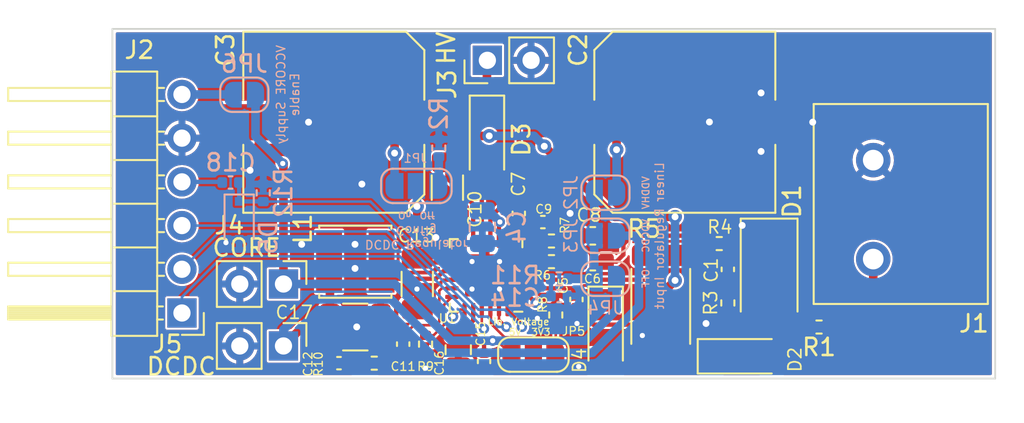
<source format=kicad_pcb>
(kicad_pcb (version 20211014) (generator pcbnew)
  (layers (0 "F.Cu" signal) (31 "B.Cu" signal) (34 "B.Paste" user) (35 "F.Paste" user) (36 "B.SilkS" user "B.Silkscreen") (37 "F.SilkS" user "F.Silkscreen") (38 "B.Mask" user) (39 "F.Mask" user) (44 "Edge.Cuts" user))
  (net 0 "")
  (net 1 "GND")
  (net 2 "Net-(C1-Pad2)")
  (net 3 "/VDDHV")
  (net 4 "Net-(C4-Pad2)")
  (net 5 "Net-(C10-Pad1)")
  (net 6 "Net-(C5-Pad2)")
  (net 7 "Net-(C6-Pad1)")
  (net 8 "Net-(C6-Pad2)")
  (net 9 "Net-(C7-Pad1)")
  (net 10 "Net-(C8-Pad1)")
  (net 11 "Net-(C10-Pad2)")
  (net 12 "Net-(C11-Pad1)")
  (net 13 "/VDCDC")
  (net 14 "Net-(C12-Pad2)")
  (net 15 "/DCDC_IN")
  (net 16 "Net-(C14-Pad1)")
  (net 17 "/VCCCORE")
  (net 18 "Net-(C18-Pad1)")
  (net 19 "/KNX_TX")
  (net 20 "Net-(D3-Pad2)")
  (net 21 "Net-(J1-Pad1)")
  (net 22 "/KNX_VCC_OK")
  (net 23 "/KNX_OK")
  (net 24 "/KNX_RX")
  (net 25 "Net-(J2-Pad6)")
  (net 26 "Net-(JP1-Pad3)")
  (net 27 "/VDD_REGIN")
  (net 28 "/VCC_SEL")
  (net 29 "Net-(JP5-Pad1)")
  (net 30 "Net-(L1-Pad1)")
  (net 31 "Net-(R5-Pad2)")
  (net 32 "Net-(R6-Pad2)")
  (net 33 "Net-(R7-Pad1)")
  (footprint "Resistor_SMD:R_0402_1005Metric" (layer "F.Cu") (at 190.2 112.7 90)
    (fp_text reference "R3")
    (fp_text value "4.7M")
  )
  (footprint "Capacitor_SMD:C_0603_1608Metric" (layer "F.Cu") (at 182.35 110.3 180)
    (fp_text reference "C6")
    (fp_text value "100n 50V")
  )
  (footprint "Capacitor_SMD:C_0603_1608Metric" (layer "F.Cu") (at 182.35 108.8)
    (fp_text reference "C8")
    (fp_text value "100n 50V")
  )
  (footprint "Capacitor_SMD:C_Elec_10x10.2" (layer "F.Cu") (at 167.3 102.2 180)
    (fp_text reference "C3")
    (fp_text value "220u 35V")
  )
  (footprint "Capacitor_SMD:C_0402_1005Metric" (layer "F.Cu") (at 167.6 116.2)
    (fp_text reference "C12")
    (fp_text value "150pF 16V")
  )
  (footprint "Capacitor_SMD:C_0402_1005Metric" (layer "F.Cu") (at 171.332 115.094 -90)
    (fp_text reference "C11")
    (fp_text value "220n 6.3V")
  )
  (footprint "Capacitor_SMD:C_1206_3216Metric" (layer "F.Cu") (at 173.9 106 -90)
    (fp_text reference "C10")
    (fp_text value "10uF 25V")
  )
  (footprint "stknx:L_WE_LQS_4012" (layer "F.Cu") (at 168.55 110.3 180)
    (fp_text reference "L1")
    (fp_text value "33uH")
  )
  (footprint "Resistor_SMD:R_0402_1005Metric" (layer "F.Cu") (at 169.65 116.2 180)
    (fp_text reference "R10")
    (fp_text value "40.2K")
  )
  (footprint "Connector_PinHeader_2.54mm:PinHeader_1x02_P2.54mm_Vertical" (layer "F.Cu") (at 164.375 111.6 -90)
    (fp_text reference "J4")
    (fp_text value "VCCCORE")
  )
  (footprint "Capacitor_SMD:C_0402_1005Metric" (layer "F.Cu") (at 176.032 116.094 -90)
    (fp_text reference "C15")
    (fp_text value "100n")
  )
  (footprint "Package_DFN_QFN:VQFN-24-1EP_4x4mm_P0.5mm_EP2.45x2.45mm" (layer "F.Cu") (at 176.15 111.1 180)
    (fp_text reference "U1")
    (fp_text value "STKNX")
  )
  (footprint "Capacitor_SMD:C_Elec_10x10.2" (layer "F.Cu") (at 187.7 102.2)
    (fp_text reference "C2")
    (fp_text value "220u 35V")
  )
  (footprint "Diode_SMD:D_MiniMELF" (layer "F.Cu") (at 176.2 103.2 -90)
    (fp_text reference "D3")
    (fp_text value "LL4148-GS18")
  )
  (footprint "Resistor_SMD:R_0402_1005Metric" (layer "F.Cu") (at 172.632 115.094 -90)
    (fp_text reference "R9")
    (fp_text value "10K")
  )
  (footprint "Resistor_SMD:R_0402_1005Metric" (layer "F.Cu") (at 189.7 109.25)
    (fp_text reference "R4")
    (fp_text value "18K DNP")
  )
  (footprint "Jumper:SolderJumper-3_P1.3mm_Open_RoundedPad1.0x1.5mm_NumberLabels" (layer "F.Cu") (at 178.9 115.7 180)
    (fp_text reference "JP5")
    (fp_text value "LINEAR")
  )
  (footprint "Resistor_SMD:R_0402_1005Metric" (layer "F.Cu") (at 180.2 113.4 -90)
    (fp_text reference "R8")
    (fp_text value "10K")
  )
  (footprint "Resistor_SMD:R_0402_1005Metric" (layer "F.Cu") (at 179.95 110.3 180)
    (fp_text reference "R6")
    (fp_text value "1K")
  )
  (footprint "Diode_SMD:D_MiniMELF" (layer "F.Cu") (at 191 115.8)
    (fp_text reference "D2")
    (fp_text value "LL4148-GS18")
  )
  (footprint "Capacitor_SMD:C_0402_1005Metric" (layer "F.Cu") (at 178.05 107.5 90)
    (fp_text reference "C7")
    (fp_text value "47nF 35V")
  )
  (footprint "Capacitor_SMD:C_0402_1005Metric" (layer "F.Cu") (at 181.4 112.5 90)
    (fp_text reference "C5")
    (fp_text value "10nF 50V")
  )
  (footprint "Capacitor_SMD:C_0805_2012Metric" (layer "F.Cu") (at 174.532 115.419 -90)
    (fp_text reference "C16")
    (fp_text value "4.7u")
  )
  (footprint "Diode_SMD:D_SMA" (layer "F.Cu") (at 192.6 111.2 -90)
    (fp_text reference "D1")
    (fp_text value "SMAJ40CA")
  )
  (footprint "Diode_SMD:D_MiniMELF" (layer "F.Cu") (at 183.1 114.3 -90)
    (fp_text reference "D4")
    (fp_text value "LL4148-GS18")
  )
  (footprint "Connector_PinHeader_2.54mm:PinHeader_1x06_P2.54mm_Horizontal" (layer "F.Cu") (at 158.475 113.284 180)
    (fp_text reference "J2")
    (fp_text value "PMOD")
  )
  (footprint "Capacitor_SMD:C_0402_1005Metric" (layer "F.Cu") (at 190.2 110.75 90)
    (fp_text reference "C1")
    (fp_text value "1nF DNP")
  )
  (footprint "stknx:WAGO_243-211" (layer "F.Cu") (at 198.65 110.15 -90)
    (fp_text reference "J1")
    (fp_text value "KNX")
  )
  (footprint "Resistor_SMD:R_0402_1005Metric" (layer "F.Cu") (at 179.95 109.1)
    (fp_text reference "R7")
    (fp_text value "1K")
  )
  (footprint "Capacitor_SMD:C_1210_3225Metric" (layer "F.Cu") (at 168.55 114.1 180)
    (fp_text reference "C17")
    (fp_text value "22u 25V")
  )
  (footprint "Capacitor_SMD:C_0402_1005Metric" (layer "F.Cu") (at 179.45 108 180)
    (fp_text reference "C9")
    (fp_text value "47nF 35V")
  )
  (footprint "Capacitor_SMD:C_1206_3216Metric" (layer "F.Cu") (at 172.15 111.6 90)
    (fp_text reference "C13")
    (fp_text value "10u 35V")
  )
  (footprint "Connector_PinHeader_2.54mm:PinHeader_1x02_P2.54mm_Vertical" (layer "F.Cu") (at 176.225 98.6 90)
    (fp_text reference "J3")
    (fp_text value "VDDHV")
  )
  (footprint "Resistor_SMD:R_2512_6332Metric" (layer "F.Cu") (at 186.3 112.9 90)
    (fp_text reference "R5")
    (fp_text value "68")
  )
  (footprint "Resistor_SMD:R_0402_1005Metric" (layer "F.Cu") (at 195.5 114.1 180)
    (fp_text reference "R1")
    (fp_text value "0")
  )
  (footprint "Connector_PinHeader_2.54mm:PinHeader_1x02_P2.54mm_Vertical" (layer "F.Cu") (at 164.375 115.2 -90)
    (fp_text reference "J5")
    (fp_text value "VDCDC")
  )
  (footprint "Jumper:SolderJumper-2_P1.3mm_Open_RoundedPad1.0x1.5mm" (layer "B.Cu") (at 183.082 108.794)
    (fp_text reference "JP3")
    (fp_text value "DCDC")
  )
  (footprint "Resistor_SMD:R_0402_1005Metric" (layer "B.Cu") (at 173.4 103.7 -90)
    (fp_text reference "R2")
    (fp_text value "10K")
  )
  (footprint "Jumper:SolderJumper-2_P1.3mm_Open_RoundedPad1.0x1.5mm" (layer "B.Cu") (at 183.082 111.294)
    (fp_text reference "JP4")
    (fp_text value "OFF")
  )
  (footprint "Capacitor_SMD:C_0402_1005Metric" (layer "B.Cu") (at 161.3 105.7 180)
    (fp_text reference "C18")
    (fp_text value "1nF")
  )
  (footprint "Capacitor_SMD:C_0805_2012Metric" (layer "B.Cu") (at 175.932 108.294 90)
    (fp_text reference "C4")
    (fp_text value "470nF 35V")
  )
  (footprint "Resistor_SMD:R_0402_1005Metric" (layer "B.Cu") (at 180.4 111.3)
    (fp_text reference "R11")
    (fp_text value "0")
  )
  (footprint "Jumper:SolderJumper-2_P1.3mm_Open_RoundedPad1.0x1.5mm" (layer "B.Cu") (at 183.088 106.294)
    (fp_text reference "JP2")
    (fp_text value "HV")
  )
  (footprint "Jumper:SolderJumper-2_P1.3mm_Open_RoundedPad1.0x1.5mm" (layer "B.Cu") (at 162.1 100.6 180)
    (fp_text reference "JP6")
    (fp_text value "VCC")
  )
  (footprint "Resistor_SMD:R_0402_1005Metric" (layer "B.Cu") (at 163.2 106.3 90)
    (fp_text reference "R12")
    (fp_text value "470K DNP")
  )
  (footprint "Jumper:SolderJumper-3_P1.3mm_Open_RoundedPad1.0x1.5mm_NumberLabels" (layer "B.Cu") (at 172.1 105.9)
    (fp_text reference "JP1")
    (fp_text value "DCDC")
  )
  (footprint "Diode_SMD:D_SOD-323F" (layer "B.Cu") (at 161.8 107.9 -90)
    (fp_text reference "D5")
    (fp_text value "BAT54 DNP")
  )
  (footprint "Capacitor_SMD:C_0402_1005Metric" (layer "B.Cu") (at 180.4 112.3)
    (fp_text reference "C14")
    (fp_text value "100n")
  )
  (gr_line (start 154.432 96.774) (end 205.74 96.774) (layer "Edge.Cuts") (width 0.1))
  (gr_line (start 154.432 117.094) (end 205.74 117.094) (layer "Edge.Cuts") (width 0.1))
  (gr_line (start 154.432 96.774) (end 154.432 117.094) (layer "Edge.Cuts") (width 0.1))
  (gr_line (start 205.74 96.774) (end 205.74 117.094) (layer "Edge.Cuts") (width 0.1))
  (gr_text "On" (at 171.432 107.594 180) (layer "B.SilkS") (effects (font (size 0.4 0.4) (thickness 0.07)) (justify mirror)))
  (gr_text "Linear Regulator Input" (at 186.232 108.794 90) (layer "B.SilkS") (effects (font (size 0.5 0.5) (thickness 0.075)) (justify mirror)))
  (gr_text "Off" (at 172.732 107.594 180) (layer "B.SilkS") (effects (font (size 0.4 0.4) (thickness 0.07)) (justify mirror)))
  (gr_text "DCDC Regulator\nConfig" (at 172.1 108.894 180) (layer "B.SilkS") (effects (font (size 0.5 0.5) (thickness 0.075)) (justify mirror)))
  (gr_text "VDDHV" (at 185.432 106.294 90) (layer "B.SilkS") (effects (font (size 0.4 0.4) (thickness 0.07)) (justify mirror)))
  (gr_text "VDCDC" (at 185.432 108.794 90) (layer "B.SilkS") (effects (font (size 0.4 0.4) (thickness 0.07)) (justify mirror)))
  (gr_text "VCCORE Supply\nEnable" (at 164.632 100.594 90) (layer "B.SilkS") (effects (font (size 0.5 0.5) (thickness 0.075)) (justify mirror)))
  (gr_text "OFF" (at 185.432 111.294 90) (layer "B.SilkS") (effects (font (size 0.4 0.4) (thickness 0.07)) (justify mirror)))
  (gr_text "CORE" (at 162.232 109.494) (layer "F.SilkS") (effects (font (size 1 1))))
  (gr_text "HV" (at 173.832 97.894 90) (layer "F.SilkS") (effects (font (size 1 1))))
  (gr_text "DCDC" (at 158.432 116.394) (layer "F.SilkS") (effects (font (size 1 1))))
  (gr_text "Lin. Voltage" (at 178.032 113.794) (layer "F.SilkS") (effects (font (size 0.4 0.4) (thickness 0.07))))
  (gr_text "5V" (at 177.832 114.394) (layer "F.SilkS") (effects (font (size 0.4 0.4) (thickness 0.07))))
  (gr_text "3V3" (at 179.332 114.394) (layer "F.SilkS") (effects (font (size 0.4 0.4) (thickness 0.07))))
  (segment (start 178.1375 110.85) (end 176.4 110.85) (width 0.25) (layer "F.Cu") (net 1))
  (segment (start 172.132 111.894) (end 173.132 111.894) (width 0.15) (layer "F.Cu") (net 1))
  (segment (start 174.737 116.574) (end 174.532 116.369) (width 0.5) (layer "F.Cu") (net 1))
  (segment (start 174.9 109.862) (end 175.332 110.294) (width 0.25) (layer "F.Cu") (net 1))
  (segment (start 171.332 115.574) (end 170.025 114.267) (width 0.25) (layer "F.Cu") (net 1))
  (segment (start 174.9 109.1125) (end 174.9 109.862) (width 0.25) (layer "F.Cu") (net 1))
  (segment (start 176.4 110.85) (end 176.15 111.1) (width 0.25) (layer "F.Cu") (net 1))
  (segment (start 175.9 111.35) (end 176.15 111.1) (width 0.25) (layer "F.Cu") (net 1))
  (segment (start 170.025 114.267) (end 170.025 114.1) (width 0.25) (layer "F.Cu") (net 1))
  (segment (start 173.676 111.35) (end 174.1625 111.35) (width 0.15) (layer "F.Cu") (net 1))
  (segment (start 176.032 116.574) (end 174.737 116.574) (width 0.5) (layer "F.Cu") (net 1))
  (segment (start 173.132 111.894) (end 173.676 111.35) (width 0.15) (layer "F.Cu") (net 1))
  (segment (start 174.1625 111.35) (end 175.9 111.35) (width 0.25) (layer "F.Cu") (net 1))
  (segment (start 172.632 115.604) (end 172.632 115.594) (width 0.15) (layer "F.Cu") (net 1))
  (via (at 172.132 111.894) (size 0.6) (drill 0.3) (layers "F.Cu" "B.Cu") (net 1))
  (via (at 181.032 107.494) (size 0.8) (drill 0.4) (layers "F.Cu" "B.Cu") (net 1))
  (via (at 181.432 113.894) (size 0.6) (drill 0.3) (layers "F.Cu" "B.Cu") (net 1))
  (via (at 168.632 114.094) (size 0.8) (drill 0.4) (layers "F.Cu" "B.Cu") (net 1))
  (via (at 192.132 103.894) (size 0.8) (drill 0.4) (layers "F.Cu" "B.Cu") (net 1))
  (via (at 161.032 109.194) (size 0.6) (drill 0.3) (layers "F.Cu" "B.Cu") (net 1))
  (via (at 165.432 109.294) (size 0.8) (drill 0.4) (layers "F.Cu" "B.Cu") (net 1))
  (via (at 189.129386 102.184462) (size 0.8) (drill 0.4) (layers "F.Cu" "B.Cu") (net 1))
  (via (at 185.232 114.594) (size 0.6) (drill 0.3) (layers "F.Cu" "B.Cu") (net 1))
  (via (at 175.332 111.894) (size 0.6) (drill 0.3) (layers "F.Cu" "B.Cu") (net 1))
  (via (at 168.532 110.694) (size 0.8) (drill 0.4) (layers "F.Cu" "B.Cu") (net 1))
  (via (at 176.932 111.894) (size 0.6) (drill 0.3) (layers "F.Cu" "B.Cu") (net 1))
  (via (at 192.132 100.494) (size 0.8) (drill 0.4) (layers "F.Cu" "B.Cu") (net 1))
  (via (at 188.932 113.894) (size 0.8) (drill 0.4) (layers "F.Cu" "B.Cu") (net 1))
  (via (at 175.332 110.294) (size 0.6) (drill 0.3) (layers "F.Cu" "B.Cu") (net 1))
  (via (at 191.032 108.194) (size 0.8) (drill 0.4) (layers "F.Cu" "B.Cu") (net 1))
  (via (at 173.232 108.894) (size 0.8) (drill 0.4) (layers "F.Cu" "B.Cu") (net 1))
  (via (at 195.132 102.194) (size 0.8) (drill 0.4) (layers "F.Cu" "B.Cu") (net 1))
  (via (at 162.432 104.994) (size 0.8) (drill 0.4) (layers "F.Cu" "B.Cu") (net 1))
  (via (at 168.532 109.294) (size 0.8) (drill 0.4) (layers "F.Cu" "B.Cu") (net 1))
  (via (at 181.532 116.394) (size 0.6) (drill 0.3) (layers "F.Cu" "B.Cu") (net 1))
  (via (at 172.632 116.494) (size 0.6) (drill 0.3) (layers "F.Cu" "B.Cu") (net 1))
  (via (at 165.832 102.194) (size 0.8) (drill 0.4) (layers "F.Cu" "B.Cu") (net 1))
  (via (at 168.932 105.794) (size 0.8) (drill 0.4) (layers "F.Cu" "B.Cu") (net 1))
  (via (at 176.932 110.294) (size 0.6) (drill 0.3) (layers "F.Cu" "B.Cu") (net 1))
  (via (at 179.132 113.594) (size 0.6) (drill 0.3) (layers "F.Cu" "B.Cu") (net 1))
  (segment (start 190.2 110.27) (end 190.2 109.26) (width 0.5) (layer "F.Cu") (net 2))
  (segment (start 190.2 109.26) (end 190.21 109.25) (width 0.5) (layer "F.Cu") (net 2))
  (segment (start 182.55 101.45) (end 183.3 102.2) (width 0.5) (layer "F.Cu") (net 3))
  (segment (start 178.05 107.02) (end 178.05 101.488) (width 0.25) (layer "F.Cu") (net 3))
  (segment (start 176.4 107.726) (end 177.106 107.02) (width 0.25) (layer "F.Cu") (net 3))
  (segment (start 177.106 107.02) (end 178.05 107.02) (width 0.25) (layer "F.Cu") (net 3))
  (segment (start 176.2 98.625) (end 176.225 98.6) (width 0.5) (layer "F.Cu") (net 3))
  (segment (start 183.732 103.794) (end 183.732 102.632) (width 0.5) (layer "F.Cu") (net 3))
  (segment (start 178.05 101.488) (end 178.088 101.45) (width 0.25) (layer "F.Cu") (net 3))
  (segment (start 176.2 101.45) (end 176.2 98.625) (width 0.5) (layer "F.Cu") (net 3))
  (segment (start 176.2 101.45) (end 172.45 101.45) (width 0.5) (layer "F.Cu") (net 3))
  (segment (start 171.7 102.2) (end 170.832 103.068) (width 0.5) (layer "F.Cu") (net 3))
  (segment (start 178.088 101.45) (end 182.55 101.45) (width 0.5) (layer "F.Cu") (net 3))
  (segment (start 176.4 109.1125) (end 176.4 107.726) (width 0.25) (layer "F.Cu") (net 3))
  (segment (start 170.832 103.068) (end 170.832 103.994) (width 0.5) (layer "F.Cu") (net 3))
  (segment (start 183.732 102.632) (end 183.3 102.2) (width 0.5) (layer "F.Cu") (net 3))
  (segment (start 176.2 101.45) (end 178.088 101.45) (width 0.5) (layer "F.Cu") (net 3))
  (segment (start 172.45 101.45) (end 171.7 102.2) (width 0.5) (layer "F.Cu") (net 3))
  (via (at 183.732 103.794) (size 0.8) (drill 0.4) (layers "F.Cu" "B.Cu") (net 3))
  (via (at 170.832 103.994) (size 0.8) (drill 0.4) (layers "F.Cu" "B.Cu") (net 3))
  (segment (start 183.738 106.294) (end 183.738 103.8) (width 0.5) (layer "B.Cu") (net 3))
  (segment (start 170.832 103.994) (end 170.832 105.868) (width 0.5) (layer "B.Cu") (net 3))
  (segment (start 183.738 103.8) (end 183.732 103.794) (width 0.5) (layer "B.Cu") (net 3))
  (segment (start 170.832 105.868) (end 170.8 105.9) (width 0.5) (layer "B.Cu") (net 3))
  (segment (start 176.9 109.1125) (end 176.9 108.0455) (width 0.25) (layer "F.Cu") (net 4))
  (segment (start 176.9 108.0455) (end 176.9515 107.994) (width 0.25) (layer "F.Cu") (net 4))
  (via (at 176.9515 107.994) (size 0.6) (drill 0.3) (layers "F.Cu" "B.Cu") (net 4))
  (segment (start 175.932 107.344) (end 176.3015 107.344) (width 0.5) (layer "B.Cu") (net 4))
  (segment (start 176.3015 107.344) (end 176.9515 107.994) (width 0.5) (layer "B.Cu") (net 4))
  (segment (start 183.632 107.694) (end 187.132 107.694) (width 0.5) (layer "F.Cu") (net 5))
  (segment (start 175.4 109.1125) (end 175.4 106.962) (width 0.25) (layer "F.Cu") (net 5))
  (segment (start 175.431 102.994) (end 173.9 104.525) (width 0.5) (layer "F.Cu") (net 5))
  (segment (start 182.382 113.962) (end 186.3 113.962) (width 0.25) (layer "F.Cu") (net 5))
  (segment (start 186.3 113.962) (end 186.3 112.226) (width 0.5) (layer "F.Cu") (net 5))
  (segment (start 189.25 115.8) (end 186.3625 115.8) (width 0.5) (layer "F.Cu") (net 5))
  (segment (start 186.3 115.8625) (end 186.3 113.962) (width 0.5) (layer "F.Cu") (net 5))
  (segment (start 175.4 106.962) (end 173.9 105.462) (width 0.25) (layer "F.Cu") (net 5))
  (segment (start 186.3 112.226) (end 187.132 111.394) (width 0.5) (layer "F.Cu") (net 5))
  (segment (start 179.532 103.594) (end 183.632 107.694) (width 0.5) (layer "F.Cu") (net 5))
  (segment (start 173.9 105.462) (end 173.9 104.525) (width 0.25) (layer "F.Cu") (net 5))
  (segment (start 186.3625 115.8) (end 186.3 115.8625) (width 0.5) (layer "F.Cu") (net 5))
  (segment (start 181.4 112.98) (end 182.382 113.962) (width 0.25) (layer "F.Cu") (net 5))
  (segment (start 175.431 102.994) (end 176.332 102.994) (width 0.5) (layer "F.Cu") (net 5))
  (via (at 179.532 103.594) (size 0.8) (drill 0.4) (layers "F.Cu" "B.Cu") (net 5))
  (via (at 176.332 102.994) (size 0.8) (drill 0.4) (layers "F.Cu" "B.Cu") (net 5))
  (via (at 187.132 111.394) (size 0.8) (drill 0.4) (layers "F.Cu" "B.Cu") (net 5))
  (via (at 187.132 107.694) (size 0.8) (drill 0.4) (layers "F.Cu" "B.Cu") (net 5))
  (segment (start 177.132 102.994) (end 176.332 102.994) (width 0.5) (layer "B.Cu") (net 5))
  (segment (start 178.932 102.994) (end 179.532 103.594) (width 0.5) (layer "B.Cu") (net 5))
  (segment (start 177.132 102.994) (end 178.932 102.994) (width 0.5) (layer "B.Cu") (net 5))
  (segment (start 187.132 111.394) (end 187.132 107.694) (width 0.5) (layer "B.Cu") (net 5))
  (segment (start 181.23 111.85) (end 181.4 112.02) (width 0.25) (layer "F.Cu") (net 6))
  (segment (start 178.1375 111.85) (end 181.23 111.85) (width 0.25) (layer "F.Cu") (net 6))
  (segment (start 182.57 112.02) (end 183.1 112.55) (width 0.25) (layer "F.Cu") (net 6))
  (segment (start 181.4 112.02) (end 182.57 112.02) (width 0.25) (layer "F.Cu") (net 6))
  (segment (start 194.99 114.1) (end 193.5 114.1) (width 0.5) (layer "F.Cu") (net 7))
  (segment (start 192.75 113.35) (end 192.6 113.2) (width 0.5) (layer "F.Cu") (net 7))
  (segment (start 192.75 115.8) (end 192.75 113.35) (width 0.5) (layer "F.Cu") (net 7))
  (segment (start 190.2 113.21) (end 192.59 113.21) (width 0.5) (layer "F.Cu") (net 7))
  (segment (start 189.19 112.352) (end 189.19 109.25) (width 0.5) (layer "F.Cu") (net 7))
  (segment (start 184.132 109.294) (end 184.132 109.894) (width 0.25) (layer "F.Cu") (net 7))
  (segment (start 190.048 113.21) (end 189.19 112.352) (width 0.5) (layer "F.Cu") (net 7))
  (segment (start 188.734 108.794) (end 184.632 108.794) (width 0.25) (layer "F.Cu") (net 7))
  (segment (start 183.726 110.3) (end 183.125 110.3) (width 0.25) (layer "F.Cu") (net 7))
  (segment (start 189.19 109.25) (end 188.734 108.794) (width 0.25) (layer "F.Cu") (net 7))
  (segment (start 192.59 113.21) (end 192.6 113.2) (width 0.5) (layer "F.Cu") (net 7))
  (segment (start 184.132 109.894) (end 183.726 110.3) (width 0.25) (layer "F.Cu") (net 7))
  (segment (start 190.2 113.21) (end 190.048 113.21) (width 0.5) (layer "F.Cu") (net 7))
  (segment (start 193.5 114.1) (end 192.6 113.2) (width 0.5) (layer "F.Cu") (net 7))
  (segment (start 184.632 108.794) (end 184.132 109.294) (width 0.25) (layer "F.Cu") (net 7))
  (segment (start 180.46 110.3) (end 181.575 110.3) (width 0.25) (layer "F.Cu") (net 8))
  (segment (start 178.05 107.98) (end 178.95 107.98) (width 0.25) (layer "F.Cu") (net 9))
  (segment (start 177.4 108.63) (end 178.05 107.98) (width 0.25) (layer "F.Cu") (net 9))
  (segment (start 177.4 109.1125) (end 177.4 108.63) (width 0.25) (layer "F.Cu") (net 9))
  (segment (start 178.95 107.98) (end 178.97 108) (width 0.25) (layer "F.Cu") (net 9))
  (segment (start 180.46 109.1) (end 180.626 109.1) (width 0.25) (layer "F.Cu") (net 10))
  (segment (start 180.926 108.8) (end 181.575 108.8) (width 0.25) (layer "F.Cu") (net 10))
  (segment (start 180.626 109.1) (end 180.926 108.8) (width 0.25) (layer "F.Cu") (net 10))
  (segment (start 174.1625 109.85) (end 174.1625 107.7375) (width 0.25) (layer "F.Cu") (net 11))
  (segment (start 174.1625 107.7375) (end 173.9 107.475) (width 0.25) (layer "F.Cu") (net 11))
  (segment (start 173.432 111.994) (end 173.576 111.85) (width 0.15) (layer "F.Cu") (net 12))
  (segment (start 173.232 113.994) (end 173.432 113.794) (width 0.15) (layer "F.Cu") (net 12))
  (segment (start 171.332 114.614) (end 171.952 113.994) (width 0.15) (layer "F.Cu") (net 12))
  (segment (start 173.432 113.794) (end 173.432 111.994) (width 0.15) (layer "F.Cu") (net 12))
  (segment (start 173.576 111.85) (end 174.1625 111.85) (width 0.15) (layer "F.Cu") (net 12))
  (segment (start 171.952 113.994) (end 173.232 113.994) (width 0.15) (layer "F.Cu") (net 12))
  (segment (start 165.475 114.1) (end 164.375 115.2) (width 0.5) (layer "F.Cu") (net 13))
  (segment (start 167.12 116.2) (end 167.12 115.206) (width 0.5) (layer "F.Cu") (net 13))
  (segment (start 167.075 115.161) (end 167.12 115.206) (width 0.25) (layer "F.Cu") (net 13))
  (segment (start 167.075 114.1) (end 165.475 114.1) (width 0.5) (layer "F.Cu") (net 13))
  (segment (start 169.14 116.126) (end 169.14 116.2) (width 0.25) (layer "F.Cu") (net 13))
  (segment (start 168.22 115.206) (end 169.14 116.126) (width 0.25) (layer "F.Cu") (net 13))
  (segment (start 167.075 110.35) (end 167.025 110.3) (width 0.5) (layer "F.Cu") (net 13))
  (segment (start 167.12 115.206) (end 168.22 115.206) (width 0.25) (layer "F.Cu") (net 13))
  (segment (start 167.075 114.1) (end 167.075 115.161) (width 0.25) (layer "F.Cu") (net 13))
  (segment (start 167.075 114.1) (end 167.075 110.35) (width 0.5) (layer "F.Cu") (net 13))
  (segment (start 184.732 108.794) (end 183.732 108.794) (width 0.5) (layer "B.Cu") (net 13))
  (segment (start 182.332 115.594) (end 185.032 112.894) (width 0.5) (layer "B.Cu") (net 13))
  (segment (start 164.375 114.251) (end 166.132 112.494) (width 0.5) (layer "B.Cu") (net 13))
  (segment (start 185.032 112.894) (end 185.032 109.094) (width 0.5) (layer "B.Cu") (net 13))
  (segment (start 166.132 112.494) (end 170.632 112.494) (width 0.5) (layer "B.Cu") (net 13))
  (segment (start 173.732 115.594) (end 182.332 115.594) (width 0.5) (layer "B.Cu") (net 13))
  (segment (start 164.375 115.2) (end 164.375 114.251) (width 0.5) (layer "B.Cu") (net 13))
  (segment (start 185.032 109.094) (end 184.732 108.794) (width 0.5) (layer "B.Cu") (net 13))
  (segment (start 170.632 112.494) (end 173.732 115.594) (width 0.5) (layer "B.Cu") (net 13))
  (segment (start 168.60152 116.72152) (end 169.63848 116.72152) (width 0.15) (layer "F.Cu") (net 14))
  (segment (start 171.826 116.2) (end 171.932 116.094) (width 0.15) (layer "F.Cu") (net 14))
  (segment (start 168.08 116.2) (end 168.60152 116.72152) (width 0.15) (layer "F.Cu") (net 14))
  (segment (start 173.09504 114.584) (end 173.70852 113.97052) (width 0.15) (layer "F.Cu") (net 14))
  (segment (start 171.932 116.094) (end 171.932 115.284) (width 0.15) (layer "F.Cu") (net 14))
  (segment (start 170.16 116.2) (end 171.826 116.2) (width 0.15) (layer "F.Cu") (net 14))
  (segment (start 169.63848 116.72152) (end 170.16 116.2) (width 0.15) (layer "F.Cu") (net 14))
  (segment (start 173.70852 112.80398) (end 174.1625 112.35) (width 0.15) (layer "F.Cu") (net 14))
  (segment (start 172.632 114.584) (end 173.09504 114.584) (width 0.15) (layer "F.Cu") (net 14))
  (segment (start 171.932 115.284) (end 172.632 114.584) (width 0.15) (layer "F.Cu") (net 14))
  (segment (start 173.70852 113.97052) (end 173.70852 112.80398) (width 0.15) (layer "F.Cu") (net 14))
  (segment (start 172.15 107.112) (end 172.132 107.094) (width 0.5) (layer "F.Cu") (net 15))
  (segment (start 174.1625 110.35) (end 172.375 110.35) (width 0.25) (layer "F.Cu") (net 15))
  (segment (start 172.15 110.125) (end 172.15 107.112) (width 0.5) (layer "F.Cu") (net 15))
  (segment (start 172.375 110.35) (end 172.15 110.125) (width 0.25) (layer "F.Cu") (net 15))
  (via (at 172.132 107.094) (size 0.8) (drill 0.4) (layers "F.Cu" "B.Cu") (net 15))
  (segment (start 172.132 105.932) (end 172.1 105.9) (width 0.5) (layer "B.Cu") (net 15))
  (segment (start 172.132 107.094) (end 172.132 105.932) (width 0.5) (layer "B.Cu") (net 15))
  (segment (start 178.1375 112.35) (end 178.688 112.35) (width 0.25) (layer "F.Cu") (net 16))
  (segment (start 178.688 112.35) (end 179.032 112.694) (width 0.25) (layer "F.Cu") (net 16))
  (via (at 179.032 112.694) (size 0.6) (drill 0.3) (layers "F.Cu" "B.Cu") (net 16))
  (segment (start 179.92 111.33) (end 179.89 111.3) (width 0.25) (layer "B.Cu") (net 16))
  (segment (start 179.92 112.3) (end 179.92 111.33) (width 0.25) (layer "B.Cu") (net 16))
  (segment (start 179.92 112.3) (end 179.426 112.3) (width 0.25) (layer "B.Cu") (net 16))
  (segment (start 179.426 112.3) (end 179.032 112.694) (width 0.25) (layer "B.Cu") (net 16))
  (segment (start 176.794 114.894) (end 177.6 115.7) (width 0.15) (layer "F.Cu") (net 17))
  (segment (start 175.4 113.0875) (end 175.4 113.726) (width 0.25) (layer "F.Cu") (net 17))
  (segment (start 174.532 114.469) (end 175.407 114.469) (width 0.25) (layer "F.Cu") (net 17))
  (segment (start 164.375 104.637) (end 164.332 104.594) (width 0.5) (layer "F.Cu") (net 17))
  (segment (start 164.375 111.6) (end 164.375 104.637) (width 0.5) (layer "F.Cu") (net 17))
  (segment (start 175.4 113.726) (end 174.657 114.469) (width 0.25) (layer "F.Cu") (net 17))
  (segment (start 177.3 116) (end 177.6 115.7) (width 0.25) (layer "F.Cu") (net 17))
  (segment (start 175.832 114.894) (end 176.032 114.894) (width 0.25) (layer "F.Cu") (net 17))
  (segment (start 176.532 114.894) (end 176.794 114.894) (width 0.15) (layer "F.Cu") (net 17))
  (segment (start 174.657 114.469) (end 174.532 114.469) (width 0.25) (layer "F.Cu") (net 17))
  (segment (start 176.032 115.614) (end 176.032 114.894) (width 0.25) (layer "F.Cu") (net 17))
  (segment (start 175.407 114.469) (end 175.832 114.894) (width 0.25) (layer "F.Cu") (net 17))
  (segment (start 176.532 114.894) (end 176.032 114.894) (width 0.25) (layer "F.Cu") (net 17))
  (via (at 176.532 114.894) (size 0.6) (drill 0.3) (layers "F.Cu" "B.Cu") (net 17))
  (via (at 164.332 104.594) (size 0.6) (drill 0.3) (layers "F.Cu" "B.Cu") (net 17))
  (segment (start 162.75 103.012) (end 164.332 104.594) (width 0.5) (layer "B.Cu") (net 17))
  (segment (start 176.532 114.894) (end 181.932 114.894) (width 0.5) (layer "B.Cu") (net 17))
  (segment (start 181.932 114.894) (end 183.732 113.094) (width 0.5) (layer "B.Cu") (net 17))
  (segment (start 164.375 111.6) (end 170.838 111.6) (width 0.5) (layer "B.Cu") (net 17))
  (segment (start 162.75 100.6) (end 162.75 103.012) (width 0.5) (layer "B.Cu") (net 17))
  (segment (start 183.732 113.094) (end 183.732 111.294) (width 0.5) (layer "B.Cu") (net 17))
  (segment (start 174.132 114.894) (end 176.532 114.894) (width 0.5) (layer "B.Cu") (net 17))
  (segment (start 170.838 111.6) (end 174.132 114.894) (width 0.5) (layer "B.Cu") (net 17))
  (segment (start 178.232 113.9195) (end 178.232 114.094) (width 0.15) (layer "F.Cu") (net 18))
  (segment (start 177.4 113.0875) (end 178.232 113.9195) (width 0.15) (layer "F.Cu") (net 18))
  (via (at 178.232 114.094) (size 0.6) (drill 0.3) (layers "F.Cu" "B.Cu") (net 18))
  (segment (start 163.19 106.8) (end 163.2 106.81) (width 0.25) (layer "B.Cu") (net 18))
  (segment (start 177.232 113.094) (end 178.232 114.094) (width 0.15) (layer "B.Cu") (net 18))
  (segment (start 161.8 106.8) (end 161.8 105.72) (width 0.25) (layer "B.Cu") (net 18))
  (segment (start 161.8 105.72) (end 161.78 105.7) (width 0.25) (layer "B.Cu") (net 18))
  (segment (start 169.430092 106.81) (end 175.714092 113.094) (width 0.15) (layer "B.Cu") (net 18))
  (segment (start 163.2 106.81) (end 169.430092 106.81) (width 0.15) (layer "B.Cu") (net 18))
  (segment (start 175.714092 113.094) (end 177.232 113.094) (width 0.15) (layer "B.Cu") (net 18))
  (segment (start 161.8 106.8) (end 163.19 106.8) (width 0.25) (layer "B.Cu") (net 18))
  (segment (start 158.475 105.664) (end 160.784 105.664) (width 0.25) (layer "B.Cu") (net 19))
  (segment (start 160.784 105.664) (end 160.82 105.7) (width 0.25) (layer "B.Cu") (net 19))
  (segment (start 175.9 105.25) (end 176.2 104.95) (width 0.25) (layer "F.Cu") (net 20))
  (segment (start 175.9 109.1125) (end 175.9 105.25) (width 0.25) (layer "F.Cu") (net 20))
  (segment (start 198.65 112.376) (end 196.926 114.1) (width 0.5) (layer "F.Cu") (net 21))
  (segment (start 196.926 114.1) (end 196.01 114.1) (width 0.5) (layer "F.Cu") (net 21))
  (segment (start 198.65 110.15) (end 198.65 112.376) (width 0.5) (layer "F.Cu") (net 21))
  (segment (start 174.9 113.0875) (end 174.6385 113.0875) (width 0.15) (layer "F.Cu") (net 22))
  (segment (start 174.6385 113.0875) (end 174.232 113.494) (width 0.15) (layer "F.Cu") (net 22))
  (via (at 174.232 113.494) (size 0.6) (drill 0.3) (layers "F.Cu" "B.Cu") (net 22))
  (segment (start 160.832 109.994) (end 171.132 109.994) (width 0.15) (layer "B.Cu") (net 22))
  (segment (start 158.475 112.351) (end 160.832 109.994) (width 0.15) (layer "B.Cu") (net 22))
  (segment (start 174.232 113.094) (end 174.232 113.494) (width 0.15) (layer "B.Cu") (net 22))
  (segment (start 158.475 113.284) (end 158.475 112.351) (width 0.15) (layer "B.Cu") (net 22))
  (segment (start 171.132 109.994) (end 174.232 113.094) (width 0.15) (layer "B.Cu") (net 22))
  (segment (start 175.9 113.0875) (end 175.9 114.071755) (width 0.15) (layer "F.Cu") (net 23))
  (segment (start 175.9 114.071755) (end 176.026351 114.198106) (width 0.15) (layer "F.Cu") (net 23))
  (via (at 176.026351 114.198106) (size 0.6) (drill 0.3) (layers "F.Cu" "B.Cu") (net 23))
  (segment (start 170.386489 108.548489) (end 176.026351 114.188351) (width 0.15) (layer "B.Cu") (net 23))
  (segment (start 176.026351 114.188351) (end 176.026351 114.198106) (width 0.15) (layer "B.Cu") (net 23))
  (segment (start 160.670511 108.548489) (end 170.386489 108.548489) (width 0.15) (layer "B.Cu") (net 23))
  (segment (start 158.475 110.744) (end 160.670511 108.548489) (width 0.15) (layer "B.Cu") (net 23))
  (segment (start 176.9 113.662) (end 177.332 114.094) (width 0.15) (layer "F.Cu") (net 24))
  (segment (start 176.9 113.0875) (end 176.9 113.662) (width 0.15) (layer "F.Cu") (net 24))
  (via (at 177.332 114.094) (size 0.6) (drill 0.3) (layers "F.Cu" "B.Cu") (net 24))
  (segment (start 170.433046 108.204) (end 175.723046 113.494) (width 0.15) (layer "B.Cu") (net 24))
  (segment (start 175.723046 113.494) (end 176.232 113.494) (width 0.15) (layer "B.Cu") (net 24))
  (segment (start 176.232 113.494) (end 176.832 114.094) (width 0.15) (layer "B.Cu") (net 24))
  (segment (start 176.832 114.094) (end 177.332 114.094) (width 0.15) (layer "B.Cu") (net 24))
  (segment (start 158.475 108.204) (end 170.433046 108.204) (width 0.15) (layer "B.Cu") (net 24))
  (segment (start 161.434 100.584) (end 161.45 100.6) (width 0.5) (layer "B.Cu") (net 25))
  (segment (start 158.475 100.584) (end 161.434 100.584) (width 0.5) (layer "B.Cu") (net 25))
  (segment (start 173.4 105.9) (end 173.4 104.21) (width 0.5) (layer "B.Cu") (net 26))
  (segment (start 180.91 111.3) (end 182.426 111.3) (width 0.5) (layer "B.Cu") (net 27))
  (segment (start 182.432 111.294) (end 182.432 108.794) (width 0.5) (layer "B.Cu") (net 27))
  (segment (start 182.426 111.3) (end 182.432 111.294) (width 0.5) (layer "B.Cu") (net 27))
  (segment (start 182.432 108.794) (end 182.432 106.3) (width 0.5) (layer "B.Cu") (net 27))
  (segment (start 182.432 106.3) (end 182.438 106.294) (width 0.5) (layer "B.Cu") (net 27))
  (segment (start 178.9 114.8) (end 178.9 115.7) (width 0.15) (layer "F.Cu") (net 28))
  (segment (start 176.4 113.0875) (end 176.432 113.1195) (width 0.15) (layer "F.Cu") (net 28))
  (segment (start 176.432 113.1195) (end 176.432 113.903231) (width 0.15) (layer "F.Cu") (net 28))
  (segment (start 177.22427 114.695501) (end 178.795501 114.695501) (width 0.15) (layer "F.Cu") (net 28))
  (segment (start 178.795501 114.695501) (end 178.9 114.8) (width 0.15) (layer "F.Cu") (net 28))
  (segment (start 176.432 113.903231) (end 177.22427 114.695501) (width 0.15) (layer "F.Cu") (net 28))
  (segment (start 180.2 113.91) (end 180.2 115.7) (width 0.15) (layer "F.Cu") (net 29))
  (segment (start 173.676 110.85) (end 174.1625 110.85) (width 0.25) (layer "F.Cu") (net 30))
  (segment (start 170.075 111.237) (end 170.132 111.294) (width 0.25) (layer "F.Cu") (net 30))
  (segment (start 173.232 111.294) (end 173.676 110.85) (width 0.25) (layer "F.Cu") (net 30))
  (segment (start 170.075 110.3) (end 170.075 111.237) (width 0.25) (layer "F.Cu") (net 30))
  (segment (start 170.132 111.294) (end 173.232 111.294) (width 0.25) (layer "F.Cu") (net 30))
  (segment (start 178.1375 111.35) (end 185.876 111.35) (width 0.25) (layer "F.Cu") (net 31))
  (segment (start 186.3 110.926) (end 186.3 109.9375) (width 0.25) (layer "F.Cu") (net 31))
  (segment (start 185.876 111.35) (end 186.3 110.926) (width 0.25) (layer "F.Cu") (net 31))
  (segment (start 179.39 110.35) (end 179.44 110.3) (width 0.25) (layer "F.Cu") (net 32))
  (segment (start 178.1375 110.35) (end 179.39 110.35) (width 0.25) (layer "F.Cu") (net 32))
  (segment (start 178.1375 109.85) (end 178.69 109.85) (width 0.25) (layer "F.Cu") (net 33))
  (segment (start 178.69 109.85) (end 179.44 109.1) (width 0.25) (layer "F.Cu") (net 33))
  (zone (net 1) (net_name "GND") (layer "F.Cu") (connect_pads (clearance 0.127)) (min_thickness 0.127) (fill yes (thermal_gap 0.2) (thermal_bridge_width 0.4))
    (polygon (pts (xy 206.432 118.094) (xy 153.432 118.094) (xy 153.432 96.094) (xy 206.432 96.094)))
  )
  (zone (net 1) (net_name "GND") (layer "B.Cu") (connect_pads (clearance 0.127)) (min_thickness 0.127) (fill yes (thermal_gap 0.2) (thermal_bridge_width 0.4))
    (polygon (pts (xy 207.432 119.094) (xy 152.432 119.094) (xy 152.432 95.094) (xy 207.432 95.094)))
  )
)
</source>
